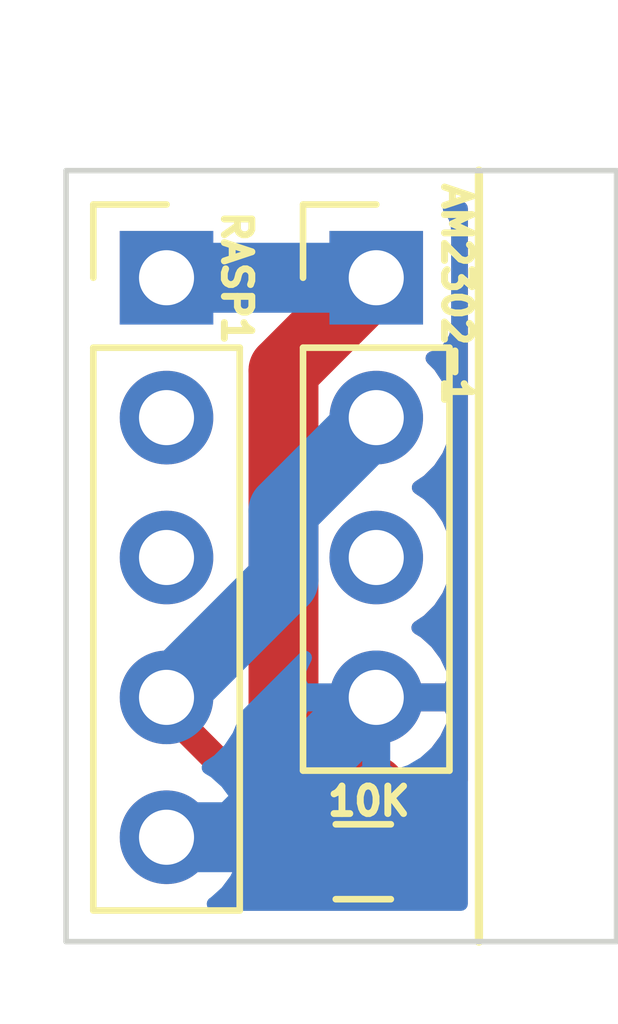
<source format=kicad_pcb>
(kicad_pcb (version 20171130) (host pcbnew "(5.1.6-0-10_14)")

  (general
    (thickness 1.6)
    (drawings 9)
    (tracks 16)
    (zones 0)
    (modules 3)
    (nets 4)
  )

  (page A4)
  (layers
    (0 F.Cu signal)
    (31 B.Cu signal)
    (32 B.Adhes user)
    (33 F.Adhes user)
    (34 B.Paste user)
    (35 F.Paste user)
    (36 B.SilkS user)
    (37 F.SilkS user)
    (38 B.Mask user)
    (39 F.Mask user)
    (40 Dwgs.User user)
    (41 Cmts.User user)
    (42 Eco1.User user)
    (43 Eco2.User user)
    (44 Edge.Cuts user)
    (45 Margin user)
    (46 B.CrtYd user)
    (47 F.CrtYd user)
    (48 B.Fab user)
    (49 F.Fab user hide)
  )

  (setup
    (last_trace_width 0.508)
    (user_trace_width 0.508)
    (user_trace_width 1.27)
    (user_trace_width 2.54)
    (trace_clearance 0.2)
    (zone_clearance 0.508)
    (zone_45_only no)
    (trace_min 0.2)
    (via_size 0.8)
    (via_drill 0.4)
    (via_min_size 0.4)
    (via_min_drill 0.3)
    (user_via 1.27 0.4)
    (user_via 1.524 0.4)
    (user_via 2.54 0.4)
    (uvia_size 0.3)
    (uvia_drill 0.1)
    (uvias_allowed no)
    (uvia_min_size 0.2)
    (uvia_min_drill 0.1)
    (edge_width 0.1)
    (segment_width 0.2)
    (pcb_text_width 0.3)
    (pcb_text_size 1.5 1.5)
    (mod_edge_width 0.15)
    (mod_text_size 1 1)
    (mod_text_width 0.15)
    (pad_size 1.7 1.7)
    (pad_drill 1)
    (pad_to_mask_clearance 0)
    (aux_axis_origin 0 0)
    (visible_elements FFFFFF7F)
    (pcbplotparams
      (layerselection 0x010fc_ffffffff)
      (usegerberextensions true)
      (usegerberattributes true)
      (usegerberadvancedattributes true)
      (creategerberjobfile true)
      (excludeedgelayer true)
      (linewidth 0.100000)
      (plotframeref false)
      (viasonmask false)
      (mode 1)
      (useauxorigin false)
      (hpglpennumber 1)
      (hpglpenspeed 20)
      (hpglpendiameter 15.000000)
      (psnegative false)
      (psa4output false)
      (plotreference true)
      (plotvalue true)
      (plotinvisibletext false)
      (padsonsilk false)
      (subtractmaskfromsilk false)
      (outputformat 1)
      (mirror false)
      (drillshape 0)
      (scaleselection 1)
      (outputdirectory ""))
  )

  (net 0 "")
  (net 1 GND)
  (net 2 /SCA)
  (net 3 +3V3)

  (net_class Default "This is the default net class."
    (clearance 0.2)
    (trace_width 0.25)
    (via_dia 0.8)
    (via_drill 0.4)
    (uvia_dia 0.3)
    (uvia_drill 0.1)
    (add_net +3V3)
    (add_net /SCA)
    (add_net GND)
  )

  (net_class 12V ""
    (clearance 0.2)
    (trace_width 1.27)
    (via_dia 1.5366)
    (via_drill 0.4)
    (uvia_dia 0.3)
    (uvia_drill 0.1)
  )

  (net_class 5V ""
    (clearance 0.2)
    (trace_width 0.508)
    (via_dia 1.2826)
    (via_drill 0.4)
    (uvia_dia 0.3)
    (uvia_drill 0.1)
  )

  (module Pin_Headers:Pin_Header_Straight_1x05_Pitch2.54mm (layer F.Cu) (tedit 59650532) (tstamp 5FF26FD9)
    (at 123.025001 66.195001)
    (descr "Through hole straight pin header, 1x05, 2.54mm pitch, single row")
    (tags "Through hole pin header THT 1x05 2.54mm single row")
    (path /5FF2C56E)
    (fp_text reference J1 (at 0 -2.33) (layer F.SilkS) hide
      (effects (font (size 1 1) (thickness 0.15)))
    )
    (fp_text value Conn_01x05_Male (at 0 12.49) (layer F.Fab)
      (effects (font (size 1 1) (thickness 0.15)))
    )
    (fp_text user %R (at 0 5.08 90) (layer F.Fab)
      (effects (font (size 1 1) (thickness 0.15)))
    )
    (fp_line (start -0.635 -1.27) (end 1.27 -1.27) (layer F.Fab) (width 0.1))
    (fp_line (start 1.27 -1.27) (end 1.27 11.43) (layer F.Fab) (width 0.1))
    (fp_line (start 1.27 11.43) (end -1.27 11.43) (layer F.Fab) (width 0.1))
    (fp_line (start -1.27 11.43) (end -1.27 -0.635) (layer F.Fab) (width 0.1))
    (fp_line (start -1.27 -0.635) (end -0.635 -1.27) (layer F.Fab) (width 0.1))
    (fp_line (start -1.33 11.49) (end 1.33 11.49) (layer F.SilkS) (width 0.12))
    (fp_line (start -1.33 1.27) (end -1.33 11.49) (layer F.SilkS) (width 0.12))
    (fp_line (start 1.33 1.27) (end 1.33 11.49) (layer F.SilkS) (width 0.12))
    (fp_line (start -1.33 1.27) (end 1.33 1.27) (layer F.SilkS) (width 0.12))
    (fp_line (start -1.33 0) (end -1.33 -1.33) (layer F.SilkS) (width 0.12))
    (fp_line (start -1.33 -1.33) (end 0 -1.33) (layer F.SilkS) (width 0.12))
    (fp_line (start -1.8 -1.8) (end -1.8 11.95) (layer F.CrtYd) (width 0.05))
    (fp_line (start -1.8 11.95) (end 1.8 11.95) (layer F.CrtYd) (width 0.05))
    (fp_line (start 1.8 11.95) (end 1.8 -1.8) (layer F.CrtYd) (width 0.05))
    (fp_line (start 1.8 -1.8) (end -1.8 -1.8) (layer F.CrtYd) (width 0.05))
    (pad 5 thru_hole oval (at 0 10.16) (size 1.7 1.7) (drill 1) (layers *.Cu *.Mask)
      (net 1 GND))
    (pad 4 thru_hole oval (at 0 7.62) (size 1.7 1.7) (drill 1) (layers *.Cu *.Mask)
      (net 2 /SCA))
    (pad 3 thru_hole oval (at 0 5.08) (size 1.7 1.7) (drill 1) (layers *.Cu *.Mask))
    (pad 2 thru_hole oval (at 0 2.54) (size 1.7 1.7) (drill 1) (layers *.Cu *.Mask))
    (pad 1 thru_hole rect (at 0 0) (size 1.7 1.7) (drill 1) (layers *.Cu *.Mask)
      (net 3 +3V3))
    (model ${KISYS3DMOD}/Pin_Headers.3dshapes/Pin_Header_Straight_1x05_Pitch2.54mm.wrl
      (at (xyz 0 0 0))
      (scale (xyz 1 1 1))
      (rotate (xyz 0 0 0))
    )
  )

  (module Pin_Headers:Pin_Header_Straight_1x04_Pitch2.54mm (layer F.Cu) (tedit 59650532) (tstamp 5FF27094)
    (at 126.835001 66.195001)
    (descr "Through hole straight pin header, 1x04, 2.54mm pitch, single row")
    (tags "Through hole pin header THT 1x04 2.54mm single row")
    (path /5FF267E8)
    (fp_text reference J3 (at 0 -2.33) (layer F.SilkS) hide
      (effects (font (size 1 1) (thickness 0.15)))
    )
    (fp_text value Conn_01x04_Male (at 0 9.95) (layer F.Fab)
      (effects (font (size 1 1) (thickness 0.15)))
    )
    (fp_text user %R (at 0 3.81 90) (layer F.Fab)
      (effects (font (size 1 1) (thickness 0.15)))
    )
    (fp_line (start -0.635 -1.27) (end 1.27 -1.27) (layer F.Fab) (width 0.1))
    (fp_line (start 1.27 -1.27) (end 1.27 8.89) (layer F.Fab) (width 0.1))
    (fp_line (start 1.27 8.89) (end -1.27 8.89) (layer F.Fab) (width 0.1))
    (fp_line (start -1.27 8.89) (end -1.27 -0.635) (layer F.Fab) (width 0.1))
    (fp_line (start -1.27 -0.635) (end -0.635 -1.27) (layer F.Fab) (width 0.1))
    (fp_line (start -1.33 8.95) (end 1.33 8.95) (layer F.SilkS) (width 0.12))
    (fp_line (start -1.33 1.27) (end -1.33 8.95) (layer F.SilkS) (width 0.12))
    (fp_line (start 1.33 1.27) (end 1.33 8.95) (layer F.SilkS) (width 0.12))
    (fp_line (start -1.33 1.27) (end 1.33 1.27) (layer F.SilkS) (width 0.12))
    (fp_line (start -1.33 0) (end -1.33 -1.33) (layer F.SilkS) (width 0.12))
    (fp_line (start -1.33 -1.33) (end 0 -1.33) (layer F.SilkS) (width 0.12))
    (fp_line (start -1.8 -1.8) (end -1.8 9.4) (layer F.CrtYd) (width 0.05))
    (fp_line (start -1.8 9.4) (end 1.8 9.4) (layer F.CrtYd) (width 0.05))
    (fp_line (start 1.8 9.4) (end 1.8 -1.8) (layer F.CrtYd) (width 0.05))
    (fp_line (start 1.8 -1.8) (end -1.8 -1.8) (layer F.CrtYd) (width 0.05))
    (pad 4 thru_hole oval (at 0 7.62) (size 1.7 1.7) (drill 1) (layers *.Cu *.Mask)
      (net 1 GND))
    (pad 3 thru_hole oval (at 0 5.08) (size 1.7 1.7) (drill 1) (layers *.Cu *.Mask))
    (pad 2 thru_hole oval (at 0 2.54) (size 1.7 1.7) (drill 1) (layers *.Cu *.Mask)
      (net 2 /SCA))
    (pad 1 thru_hole rect (at 0 0) (size 1.7 1.7) (drill 1) (layers *.Cu *.Mask)
      (net 3 +3V3))
    (model ${KISYS3DMOD}/Pin_Headers.3dshapes/Pin_Header_Straight_1x04_Pitch2.54mm.wrl
      (at (xyz 0 0 0))
      (scale (xyz 1 1 1))
      (rotate (xyz 0 0 0))
    )
  )

  (module Resistors_SMD:R_0603_HandSoldering (layer F.Cu) (tedit 58E0A804) (tstamp 5FF281D0)
    (at 126.6 76.8 180)
    (descr "Resistor SMD 0603, hand soldering")
    (tags "resistor 0603")
    (path /5FF28601)
    (attr smd)
    (fp_text reference R1 (at 0 -1.45) (layer F.SilkS) hide
      (effects (font (size 1 1) (thickness 0.15)))
    )
    (fp_text value 10K (at 0 1.55) (layer F.Fab)
      (effects (font (size 1 1) (thickness 0.15)))
    )
    (fp_text user %R (at 0 0) (layer F.Fab)
      (effects (font (size 0.4 0.4) (thickness 0.075)))
    )
    (fp_line (start -0.8 0.4) (end -0.8 -0.4) (layer F.Fab) (width 0.1))
    (fp_line (start 0.8 0.4) (end -0.8 0.4) (layer F.Fab) (width 0.1))
    (fp_line (start 0.8 -0.4) (end 0.8 0.4) (layer F.Fab) (width 0.1))
    (fp_line (start -0.8 -0.4) (end 0.8 -0.4) (layer F.Fab) (width 0.1))
    (fp_line (start 0.5 0.68) (end -0.5 0.68) (layer F.SilkS) (width 0.12))
    (fp_line (start -0.5 -0.68) (end 0.5 -0.68) (layer F.SilkS) (width 0.12))
    (fp_line (start -1.96 -0.7) (end 1.95 -0.7) (layer F.CrtYd) (width 0.05))
    (fp_line (start -1.96 -0.7) (end -1.96 0.7) (layer F.CrtYd) (width 0.05))
    (fp_line (start 1.95 0.7) (end 1.95 -0.7) (layer F.CrtYd) (width 0.05))
    (fp_line (start 1.95 0.7) (end -1.96 0.7) (layer F.CrtYd) (width 0.05))
    (pad 2 smd rect (at 1.1 0 180) (size 1.2 0.9) (layers F.Cu F.Paste F.Mask)
      (net 2 /SCA))
    (pad 1 smd rect (at -1.1 0 180) (size 1.2 0.9) (layers F.Cu F.Paste F.Mask)
      (net 3 +3V3))
    (model ${KISYS3DMOD}/Resistors_SMD.3dshapes/R_0603.wrl
      (at (xyz 0 0 0))
      (scale (xyz 1 1 1))
      (rotate (xyz 0 0 0))
    )
  )

  (gr_line (start 128.7 64.25) (end 128.7 78.25) (layer F.SilkS) (width 0.15))
  (gr_text 10K (at 126.7 75.7) (layer F.SilkS) (tstamp 5FF284C0)
    (effects (font (size 0.5 0.5) (thickness 0.125)))
  )
  (gr_text AM2302-1 (at 128.3 66.5 270) (layer F.SilkS) (tstamp 5FF28548)
    (effects (font (size 0.5 0.5) (thickness 0.125)))
  )
  (gr_text RASP1 (at 124.3 66.2 270) (layer F.SilkS)
    (effects (font (size 0.5 0.5) (thickness 0.125)))
  )
  (gr_text 10x14mm (at 124.8 62) (layer Dwgs.User)
    (effects (font (size 1 1) (thickness 0.15)))
  )
  (gr_line (start 121.2 64.25) (end 121.2 78.25) (layer Edge.Cuts) (width 0.1) (tstamp 5FF2836F))
  (gr_line (start 131.2 64.25) (end 121.2 64.25) (layer Edge.Cuts) (width 0.1))
  (gr_line (start 131.2 78.25) (end 131.2 64.25) (layer Edge.Cuts) (width 0.1))
  (gr_line (start 121.2 78.25) (end 131.2 78.25) (layer Edge.Cuts) (width 0.1))

  (segment (start 124.295001 76.355001) (end 126.835001 73.815001) (width 1.27) (layer B.Cu) (net 1))
  (segment (start 123.025001 76.355001) (end 124.295001 76.355001) (width 1.27) (layer B.Cu) (net 1))
  (segment (start 125.15 70.420002) (end 126.835001 68.735001) (width 1.27) (layer B.Cu) (net 2))
  (segment (start 125.15 71.690002) (end 125.15 70.420002) (width 1.27) (layer B.Cu) (net 2))
  (segment (start 123.025001 73.815001) (end 125.15 71.690002) (width 1.27) (layer B.Cu) (net 2))
  (segment (start 125.5 76.8) (end 125.399922 76.8) (width 0.508) (layer F.Cu) (net 2))
  (segment (start 125.5 76.8) (end 125.5 76.513894) (width 0.508) (layer F.Cu) (net 2))
  (segment (start 123.025001 74.038895) (end 123.025001 73.815001) (width 0.508) (layer F.Cu) (net 2))
  (segment (start 125.5 76.513894) (end 123.025001 74.038895) (width 0.508) (layer F.Cu) (net 2))
  (segment (start 123.025001 66.195001) (end 126.835001 66.195001) (width 1.27) (layer B.Cu) (net 3))
  (segment (start 125.15 67.880002) (end 126.835001 66.195001) (width 1.27) (layer F.Cu) (net 3))
  (segment (start 127.7 76.446998) (end 126.753004 75.500002) (width 1.27) (layer F.Cu) (net 3))
  (segment (start 125.15 74.623802) (end 125.15 67.880002) (width 1.27) (layer F.Cu) (net 3))
  (segment (start 126.0262 75.500002) (end 125.15 74.623802) (width 1.27) (layer F.Cu) (net 3))
  (segment (start 126.753004 75.500002) (end 126.0262 75.500002) (width 1.27) (layer F.Cu) (net 3))
  (segment (start 127.7 76.8) (end 127.7 76.446998) (width 1.27) (layer F.Cu) (net 3))

  (zone (net 1) (net_name GND) (layer B.Cu) (tstamp 5FF2857A) (hatch edge 0.508)
    (connect_pads (clearance 0.508))
    (min_thickness 0.254)
    (fill yes (arc_segments 32) (thermal_gap 0.508) (thermal_bridge_width 0.508))
    (polygon
      (pts
        (xy 128.5 79.75) (xy 120 79.5) (xy 120 63) (xy 128.5 63.25)
      )
    )
    (filled_polygon
      (pts
        (xy 128.373 77.565) (xy 123.881475 77.565) (xy 123.906356 77.550179) (xy 124.122589 77.35527) (xy 124.296642 77.121921)
        (xy 124.421826 76.8591) (xy 124.466477 76.711891) (xy 124.345156 76.482001) (xy 123.152001 76.482001) (xy 123.152001 76.502001)
        (xy 122.898001 76.502001) (xy 122.898001 76.482001) (xy 122.878001 76.482001) (xy 122.878001 76.228001) (xy 122.898001 76.228001)
        (xy 122.898001 76.208001) (xy 123.152001 76.208001) (xy 123.152001 76.228001) (xy 124.345156 76.228001) (xy 124.466477 75.998111)
        (xy 124.421826 75.850902) (xy 124.296642 75.588081) (xy 124.122589 75.354732) (xy 123.906356 75.159823) (xy 123.789467 75.090196)
        (xy 123.971633 74.968476) (xy 124.178476 74.761633) (xy 124.340991 74.518412) (xy 124.452933 74.248159) (xy 124.468104 74.171891)
        (xy 125.393525 74.171891) (xy 125.438176 74.3191) (xy 125.56336 74.581921) (xy 125.737413 74.81527) (xy 125.953646 75.010179)
        (xy 126.203749 75.159158) (xy 126.47811 75.256482) (xy 126.708001 75.135815) (xy 126.708001 73.942001) (xy 126.962001 73.942001)
        (xy 126.962001 75.135815) (xy 127.191892 75.256482) (xy 127.466253 75.159158) (xy 127.716356 75.010179) (xy 127.932589 74.81527)
        (xy 128.106642 74.581921) (xy 128.231826 74.3191) (xy 128.276477 74.171891) (xy 128.155156 73.942001) (xy 126.962001 73.942001)
        (xy 126.708001 73.942001) (xy 125.514846 73.942001) (xy 125.393525 74.171891) (xy 124.468104 74.171891) (xy 124.469083 74.16697)
        (xy 125.540975 73.095078) (xy 125.438176 73.310902) (xy 125.393525 73.458111) (xy 125.514846 73.688001) (xy 126.708001 73.688001)
        (xy 126.708001 73.668001) (xy 126.962001 73.668001) (xy 126.962001 73.688001) (xy 128.155156 73.688001) (xy 128.276477 73.458111)
        (xy 128.231826 73.310902) (xy 128.106642 73.048081) (xy 127.932589 72.814732) (xy 127.716356 72.619823) (xy 127.599467 72.550196)
        (xy 127.781633 72.428476) (xy 127.988476 72.221633) (xy 128.150991 71.978412) (xy 128.262933 71.708159) (xy 128.320001 71.421261)
        (xy 128.320001 71.128741) (xy 128.262933 70.841843) (xy 128.150991 70.57159) (xy 127.988476 70.328369) (xy 127.781633 70.121526)
        (xy 127.607241 70.005001) (xy 127.781633 69.888476) (xy 127.988476 69.681633) (xy 128.150991 69.438412) (xy 128.262933 69.168159)
        (xy 128.320001 68.881261) (xy 128.320001 68.588741) (xy 128.262933 68.301843) (xy 128.150991 68.03159) (xy 127.988476 67.788369)
        (xy 127.856621 67.656514) (xy 127.929181 67.634503) (xy 128.039495 67.575538) (xy 128.136186 67.496186) (xy 128.215538 67.399495)
        (xy 128.274503 67.289181) (xy 128.310813 67.169483) (xy 128.323073 67.045001) (xy 128.323073 65.345001) (xy 128.310813 65.220519)
        (xy 128.274503 65.100821) (xy 128.215538 64.990507) (xy 128.169985 64.935) (xy 128.373 64.935)
      )
    )
  )
  (zone (net 1) (net_name GND) (layer F.Cu) (tstamp 5FF28577) (hatch edge 0.508)
    (connect_pads (clearance 0.508))
    (min_thickness 0.254)
    (fill yes (arc_segments 32) (thermal_gap 0.508) (thermal_bridge_width 0.508))
    (polygon
      (pts
        (xy 128.5 78.95) (xy 120.5 79) (xy 120.5 63.5) (xy 128.5 63.45)
      )
    )
    (filled_polygon
      (pts
        (xy 123.152001 76.228001) (xy 123.172001 76.228001) (xy 123.172001 76.482001) (xy 123.152001 76.482001) (xy 123.152001 76.502001)
        (xy 122.898001 76.502001) (xy 122.898001 76.482001) (xy 122.878001 76.482001) (xy 122.878001 76.228001) (xy 122.898001 76.228001)
        (xy 122.898001 76.208001) (xy 123.152001 76.208001)
      )
    )
    (filled_polygon
      (pts
        (xy 128.373 75.323947) (xy 127.896685 74.847633) (xy 127.932589 74.81527) (xy 128.106642 74.581921) (xy 128.231826 74.3191)
        (xy 128.276477 74.171891) (xy 128.155156 73.942001) (xy 126.962001 73.942001) (xy 126.962001 73.962001) (xy 126.708001 73.962001)
        (xy 126.708001 73.942001) (xy 126.688001 73.942001) (xy 126.688001 73.688001) (xy 126.708001 73.688001) (xy 126.708001 73.668001)
        (xy 126.962001 73.668001) (xy 126.962001 73.688001) (xy 128.155156 73.688001) (xy 128.276477 73.458111) (xy 128.231826 73.310902)
        (xy 128.106642 73.048081) (xy 127.932589 72.814732) (xy 127.716356 72.619823) (xy 127.599467 72.550196) (xy 127.781633 72.428476)
        (xy 127.988476 72.221633) (xy 128.150991 71.978412) (xy 128.262933 71.708159) (xy 128.320001 71.421261) (xy 128.320001 71.128741)
        (xy 128.262933 70.841843) (xy 128.150991 70.57159) (xy 127.988476 70.328369) (xy 127.781633 70.121526) (xy 127.607241 70.005001)
        (xy 127.781633 69.888476) (xy 127.988476 69.681633) (xy 128.150991 69.438412) (xy 128.262933 69.168159) (xy 128.320001 68.881261)
        (xy 128.320001 68.588741) (xy 128.262933 68.301843) (xy 128.150991 68.03159) (xy 127.988476 67.788369) (xy 127.856621 67.656514)
        (xy 127.929181 67.634503) (xy 128.039495 67.575538) (xy 128.136186 67.496186) (xy 128.215538 67.399495) (xy 128.274503 67.289181)
        (xy 128.310813 67.169483) (xy 128.323073 67.045001) (xy 128.323073 65.345001) (xy 128.310813 65.220519) (xy 128.274503 65.100821)
        (xy 128.215538 64.990507) (xy 128.169985 64.935) (xy 128.373 64.935)
      )
    )
  )
)

</source>
